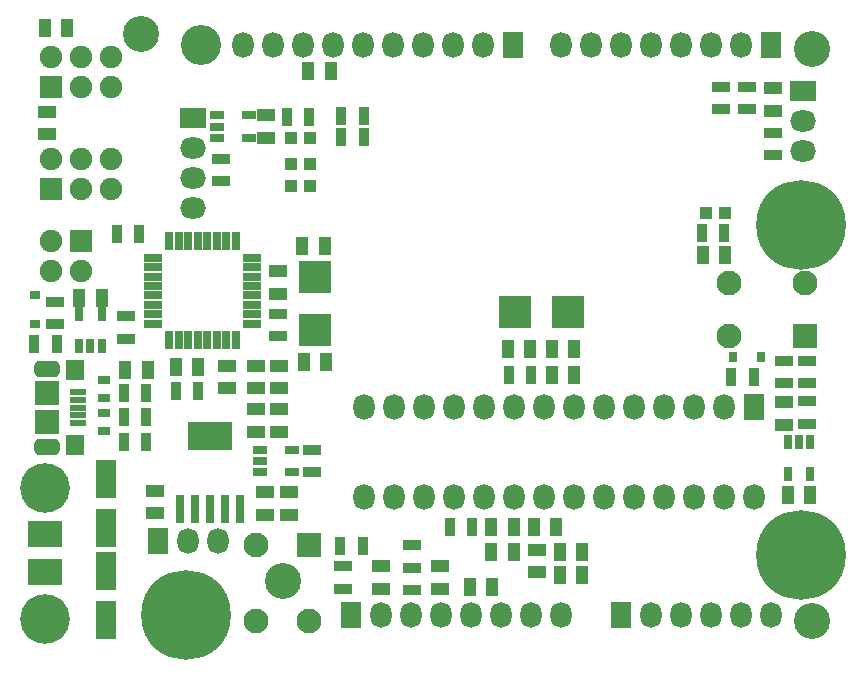
<source format=gts>
G04*
G04 #@! TF.GenerationSoftware,Altium Limited,Altium Designer,20.0.2 (26)*
G04*
G04 Layer_Color=8388736*
%FSLAX44Y44*%
%MOMM*%
G71*
G01*
G75*
%ADD35R,1.8000X3.2000*%
%ADD36R,1.4500X0.5000*%
%ADD37R,1.6000X1.8000*%
%ADD38R,2.1000X2.1000*%
%ADD39R,1.1000X0.8000*%
%ADD40R,1.5000X0.9000*%
%ADD41R,0.9000X1.5000*%
%ADD42R,0.7588X0.8858*%
%ADD43R,0.8858X0.7588*%
%ADD44R,0.6700X1.6200*%
%ADD45R,1.6200X0.6700*%
%ADD46R,2.8000X2.7000*%
%ADD47R,2.7000X2.8000*%
%ADD48R,1.5000X1.1000*%
%ADD49R,1.1000X1.5000*%
%ADD50R,1.0000X1.0000*%
%ADD51R,2.9000X2.2000*%
%ADD52C,3.0480*%
%ADD53R,1.2000X0.7500*%
%ADD54R,0.7500X1.2000*%
%ADD55R,3.7000X2.4000*%
%ADD56R,0.8000X2.4000*%
%ADD57O,1.8000X2.2000*%
%ADD58R,1.8000X2.2000*%
G04:AMPARAMS|DCode=59|XSize=2.2mm|YSize=1.4mm|CornerRadius=0.46mm|HoleSize=0mm|Usage=FLASHONLY|Rotation=0.000|XOffset=0mm|YOffset=0mm|HoleType=Round|Shape=RoundedRectangle|*
%AMROUNDEDRECTD59*
21,1,2.2000,0.4800,0,0,0.0*
21,1,1.2800,1.4000,0,0,0.0*
1,1,0.9200,0.6400,-0.2400*
1,1,0.9200,-0.6400,-0.2400*
1,1,0.9200,-0.6400,0.2400*
1,1,0.9200,0.6400,0.2400*
%
%ADD59ROUNDEDRECTD59*%
%ADD60C,1.9000*%
%ADD61R,1.9000X1.9000*%
%ADD62R,2.2000X1.8000*%
%ADD63O,2.2000X1.8000*%
%ADD64C,2.1000*%
%ADD65R,2.1000X2.1000*%
%ADD66C,7.6000*%
%ADD67C,4.2000*%
%ADD68C,3.4000*%
D35*
X72000Y99500D02*
D03*
Y140500D02*
D03*
Y62500D02*
D03*
Y21500D02*
D03*
D36*
X48695Y214000D02*
D03*
Y207500D02*
D03*
Y201000D02*
D03*
Y194500D02*
D03*
Y188000D02*
D03*
D37*
X46445Y169000D02*
D03*
X46145Y233000D02*
D03*
D38*
X22445Y213000D02*
D03*
Y189000D02*
D03*
X244000Y85000D02*
D03*
D39*
X71000Y181500D02*
D03*
Y196500D02*
D03*
Y224500D02*
D03*
Y209500D02*
D03*
D40*
X331000Y65500D02*
D03*
Y46500D02*
D03*
Y84500D02*
D03*
Y65500D02*
D03*
X646000Y240500D02*
D03*
Y221500D02*
D03*
X247000Y146500D02*
D03*
Y165500D02*
D03*
X273000Y66500D02*
D03*
Y47500D02*
D03*
X666000Y240500D02*
D03*
Y221500D02*
D03*
X29000Y271500D02*
D03*
Y290500D02*
D03*
X666000Y187500D02*
D03*
Y206500D02*
D03*
X637000Y414500D02*
D03*
Y433500D02*
D03*
X593000Y453500D02*
D03*
Y472500D02*
D03*
X615000Y453500D02*
D03*
Y472500D02*
D03*
X218000Y261500D02*
D03*
Y280500D02*
D03*
X89000Y278500D02*
D03*
Y259500D02*
D03*
X170000Y392500D02*
D03*
Y411500D02*
D03*
D41*
X131500Y215000D02*
D03*
X150500D02*
D03*
X289500Y84000D02*
D03*
X270500D02*
D03*
X11500Y255000D02*
D03*
X30500D02*
D03*
X576500Y349000D02*
D03*
X595500D02*
D03*
X432500Y229000D02*
D03*
X413500D02*
D03*
X225500Y447000D02*
D03*
X244500D02*
D03*
X601500Y227000D02*
D03*
X620500D02*
D03*
X382500Y100000D02*
D03*
X363500D02*
D03*
X87500Y172000D02*
D03*
X106500D02*
D03*
X87500Y193000D02*
D03*
X106500D02*
D03*
X87500Y213000D02*
D03*
X106500D02*
D03*
X100500Y348000D02*
D03*
X81500D02*
D03*
X290500Y430000D02*
D03*
X271500D02*
D03*
X290500Y448000D02*
D03*
X271500D02*
D03*
D42*
X602808Y244000D02*
D03*
X627192D02*
D03*
D43*
X12000Y296192D02*
D03*
Y271808D02*
D03*
D44*
X182000Y258000D02*
D03*
X174000D02*
D03*
X166000D02*
D03*
X158000D02*
D03*
X150000D02*
D03*
X142000D02*
D03*
X134000D02*
D03*
X126000D02*
D03*
Y342000D02*
D03*
X134000D02*
D03*
X142000D02*
D03*
X150000D02*
D03*
X158000D02*
D03*
X166000D02*
D03*
X174000D02*
D03*
X182000D02*
D03*
D45*
X112000Y272000D02*
D03*
Y280000D02*
D03*
Y288000D02*
D03*
Y296000D02*
D03*
Y304000D02*
D03*
Y312000D02*
D03*
Y320000D02*
D03*
Y328000D02*
D03*
X196000D02*
D03*
Y320000D02*
D03*
Y312000D02*
D03*
Y304000D02*
D03*
Y296000D02*
D03*
Y288000D02*
D03*
Y280000D02*
D03*
Y272000D02*
D03*
D46*
X249000Y311500D02*
D03*
Y266500D02*
D03*
D47*
X418500Y282000D02*
D03*
X463500D02*
D03*
D48*
X227000Y110500D02*
D03*
Y129500D02*
D03*
X646000Y205500D02*
D03*
Y186500D02*
D03*
X219000Y180500D02*
D03*
Y199500D02*
D03*
X208000Y448500D02*
D03*
Y429500D02*
D03*
X355000Y47500D02*
D03*
Y66500D02*
D03*
X305000Y47500D02*
D03*
Y66500D02*
D03*
X637000Y471500D02*
D03*
Y452500D02*
D03*
X22000Y432500D02*
D03*
Y451500D02*
D03*
X175000Y236500D02*
D03*
Y217500D02*
D03*
X218000Y297500D02*
D03*
Y316500D02*
D03*
X199000Y236500D02*
D03*
Y217500D02*
D03*
X207000Y129500D02*
D03*
Y110500D02*
D03*
X114000Y130500D02*
D03*
Y111500D02*
D03*
X219000Y236500D02*
D03*
Y217500D02*
D03*
X437000Y61500D02*
D03*
Y80500D02*
D03*
X199000Y180500D02*
D03*
Y199500D02*
D03*
D49*
X88500Y233000D02*
D03*
X107500D02*
D03*
X49500Y294000D02*
D03*
X68500D02*
D03*
X649500Y127000D02*
D03*
X668500D02*
D03*
X449500Y251000D02*
D03*
X468500D02*
D03*
X431500D02*
D03*
X412500D02*
D03*
X453500Y100000D02*
D03*
X434500D02*
D03*
X417500D02*
D03*
X398500D02*
D03*
X468500Y229000D02*
D03*
X449500D02*
D03*
X20500Y522000D02*
D03*
X39500D02*
D03*
X380500Y49000D02*
D03*
X399500D02*
D03*
X239500Y240000D02*
D03*
X258500D02*
D03*
X238500Y338000D02*
D03*
X257500D02*
D03*
X150500Y235000D02*
D03*
X131500D02*
D03*
X596500Y330000D02*
D03*
X577500D02*
D03*
X398500Y79000D02*
D03*
X417500D02*
D03*
X262500Y486000D02*
D03*
X243500D02*
D03*
X456500Y79000D02*
D03*
X475500D02*
D03*
X456500Y59000D02*
D03*
X475500D02*
D03*
D50*
X229000Y389000D02*
D03*
X245000D02*
D03*
X229000Y407000D02*
D03*
X245000D02*
D03*
X229000Y429000D02*
D03*
X245000D02*
D03*
X580000Y366000D02*
D03*
X596000D02*
D03*
D51*
X21000Y94000D02*
D03*
Y62000D02*
D03*
D52*
X102000Y517000D02*
D03*
X670000Y20000D02*
D03*
Y505000D02*
D03*
X222000Y54000D02*
D03*
D53*
X202500Y165500D02*
D03*
Y156000D02*
D03*
Y146500D02*
D03*
X229500Y165500D02*
D03*
Y146500D02*
D03*
X166500Y448500D02*
D03*
Y439000D02*
D03*
Y429500D02*
D03*
X193500Y448500D02*
D03*
Y429500D02*
D03*
D54*
X668500Y171500D02*
D03*
X659000D02*
D03*
X649500D02*
D03*
X668500Y144500D02*
D03*
X649500D02*
D03*
X49500Y253500D02*
D03*
X59000D02*
D03*
X68500D02*
D03*
X49500Y280500D02*
D03*
X68500D02*
D03*
D55*
X160000Y177000D02*
D03*
D56*
X185400Y115000D02*
D03*
X172700D02*
D03*
X160000D02*
D03*
X147300D02*
D03*
X134600D02*
D03*
D57*
X167000Y88000D02*
D03*
X141600D02*
D03*
X187960Y508000D02*
D03*
X213360D02*
D03*
X238760D02*
D03*
X264160D02*
D03*
X289560D02*
D03*
X314960D02*
D03*
X340360D02*
D03*
X365760D02*
D03*
X391160D02*
D03*
X609600D02*
D03*
X584200D02*
D03*
X558800D02*
D03*
X533400D02*
D03*
X508000D02*
D03*
X482600D02*
D03*
X457200D02*
D03*
X635000Y25400D02*
D03*
X609600D02*
D03*
X584200D02*
D03*
X558800D02*
D03*
X533400D02*
D03*
X304800D02*
D03*
X330200D02*
D03*
X355600D02*
D03*
X381000D02*
D03*
X406400D02*
D03*
X431800D02*
D03*
X457200D02*
D03*
X595250Y201932D02*
D03*
X569850D02*
D03*
X544450D02*
D03*
X519050D02*
D03*
X493650D02*
D03*
X468250D02*
D03*
X442850D02*
D03*
X417450D02*
D03*
X392050D02*
D03*
X366650D02*
D03*
X341250D02*
D03*
X315850D02*
D03*
X290450D02*
D03*
X620650Y125732D02*
D03*
X595250D02*
D03*
X569850D02*
D03*
X544450D02*
D03*
X519050D02*
D03*
X493650D02*
D03*
X468250D02*
D03*
X442850D02*
D03*
X417450D02*
D03*
X392050D02*
D03*
X366650D02*
D03*
X341250D02*
D03*
X315850D02*
D03*
X290450D02*
D03*
D58*
X116200Y88000D02*
D03*
X416560Y508000D02*
D03*
X635000D02*
D03*
X508000Y25400D02*
D03*
X279400D02*
D03*
X620650Y201932D02*
D03*
D59*
X22445Y234000D02*
D03*
Y168000D02*
D03*
D60*
X76200Y497840D02*
D03*
X50800D02*
D03*
X25400D02*
D03*
X76200Y472440D02*
D03*
X50800D02*
D03*
X76200Y411480D02*
D03*
X50800D02*
D03*
X25400D02*
D03*
X76200Y386080D02*
D03*
X50800D02*
D03*
X25400Y316600D02*
D03*
X50800D02*
D03*
X25400Y342000D02*
D03*
D61*
Y472440D02*
D03*
Y386080D02*
D03*
X50800Y342000D02*
D03*
D62*
X146000Y446000D02*
D03*
X662000Y469000D02*
D03*
D63*
X146000Y420600D02*
D03*
Y395200D02*
D03*
Y369800D02*
D03*
X662000Y418200D02*
D03*
Y443600D02*
D03*
D64*
X244000Y20000D02*
D03*
X199000D02*
D03*
Y85000D02*
D03*
X599500Y261250D02*
D03*
Y306250D02*
D03*
X664500D02*
D03*
D65*
Y261250D02*
D03*
D66*
X660400Y355600D02*
D03*
Y76200D02*
D03*
X139700Y25400D02*
D03*
D67*
X21000Y133000D02*
D03*
Y22000D02*
D03*
D68*
X152400Y508000D02*
D03*
M02*

</source>
